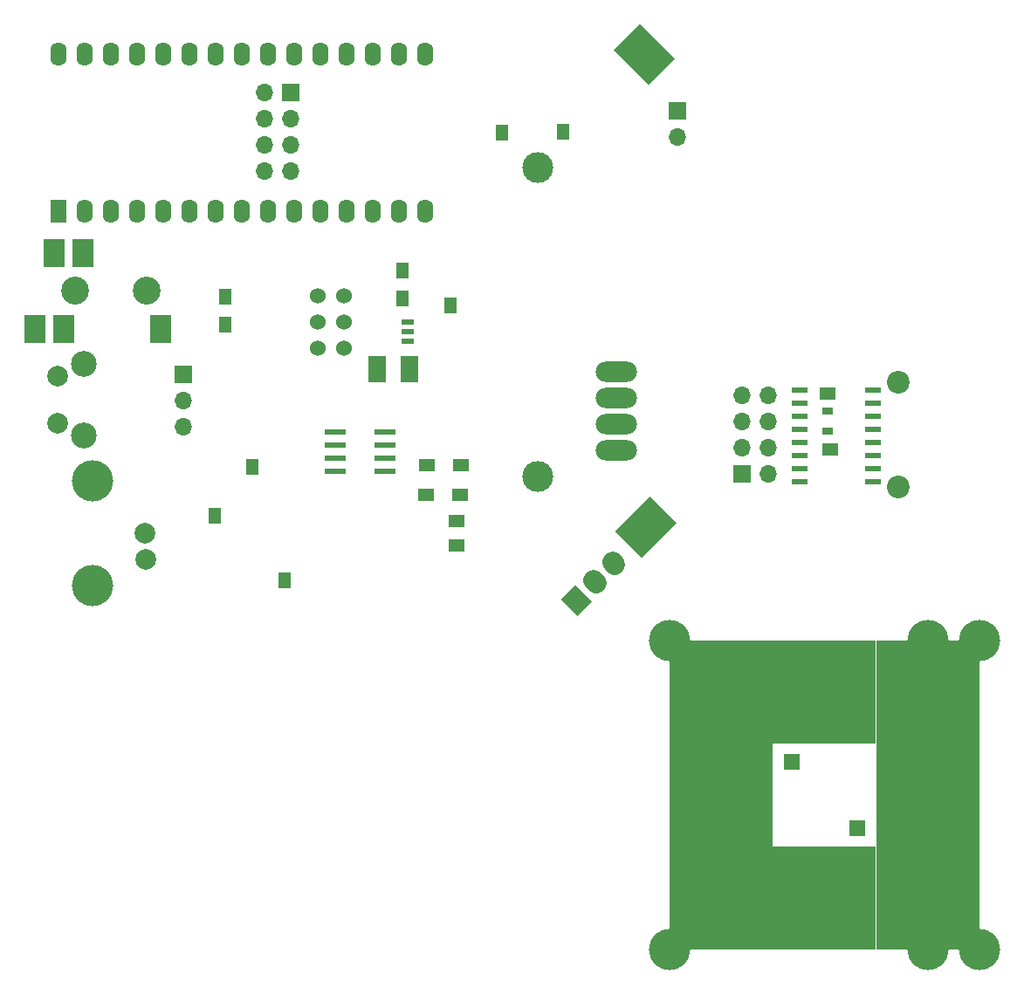
<source format=gbr>
G04 #@! TF.FileFunction,Soldermask,Top*
%FSLAX46Y46*%
G04 Gerber Fmt 4.6, Leading zero omitted, Abs format (unit mm)*
G04 Created by KiCad (PCBNEW 4.0.2-stable) date Wednesday, February 14, 2018 'PMt' 02:08:58 PM*
%MOMM*%
G01*
G04 APERTURE LIST*
%ADD10C,0.100000*%
%ADD11R,1.574800X2.286000*%
%ADD12O,1.574800X2.286000*%
%ADD13C,3.000000*%
%ADD14C,1.524000*%
%ADD15R,1.000000X0.700000*%
%ADD16C,2.200000*%
%ADD17R,1.500000X1.250000*%
%ADD18R,1.700000X1.700000*%
%ADD19O,1.700000X1.700000*%
%ADD20R,1.500000X0.600000*%
%ADD21O,4.000000X2.000000*%
%ADD22R,1.500000X1.200000*%
%ADD23R,2.000000X2.800000*%
%ADD24C,2.700000*%
%ADD25C,4.000000*%
%ADD26C,2.000000*%
%ADD27C,2.500000*%
%ADD28R,2.000000X0.500000*%
%ADD29R,1.220000X0.620000*%
%ADD30R,3.680000X1.270000*%
%ADD31R,1.800000X2.500000*%
%ADD32R,1.300000X1.500000*%
%ADD33R,1.500000X1.300000*%
%ADD34R,1.250000X1.500000*%
%ADD35C,2.000000*%
%ADD36R,10.000000X30.000000*%
%ADD37R,10.000000X10.000000*%
%ADD38R,1.500000X1.500000*%
G04 APERTURE END LIST*
D10*
D11*
X145550000Y-70420000D03*
D12*
X148090000Y-70420000D03*
X150630000Y-70420000D03*
X153170000Y-70420000D03*
X155710000Y-70420000D03*
X158250000Y-70420000D03*
X160790000Y-70420000D03*
X163330000Y-70420000D03*
X165870000Y-70420000D03*
X168410000Y-70420000D03*
X170950000Y-70420000D03*
X173490000Y-70420000D03*
X176030000Y-70420000D03*
X178570000Y-70420000D03*
X181110000Y-70420000D03*
X181110000Y-55180000D03*
X178570000Y-55180000D03*
X176030000Y-55180000D03*
X173490000Y-55180000D03*
X170950000Y-55180000D03*
X168410000Y-55180000D03*
X165870000Y-55180000D03*
X163330000Y-55180000D03*
X160790000Y-55180000D03*
X158250000Y-55180000D03*
X155710000Y-55180000D03*
X153170000Y-55180000D03*
X150630000Y-55180000D03*
X148090000Y-55180000D03*
X145550000Y-55180000D03*
D13*
X192000000Y-66200000D03*
X192000000Y-96200000D03*
D14*
X170730000Y-83740000D03*
X170730000Y-81200000D03*
X170730000Y-78660000D03*
X173270000Y-78660000D03*
X173270000Y-81200000D03*
X173270000Y-83740000D03*
D15*
X220175000Y-91775000D03*
X220175000Y-89875000D03*
D16*
X226975000Y-97225000D03*
X226975000Y-87075000D03*
D17*
X220375000Y-93525000D03*
X220175000Y-88175000D03*
D18*
X211825000Y-95925000D03*
D19*
X214365000Y-95925000D03*
X211825000Y-93385000D03*
X214365000Y-93385000D03*
X211825000Y-90845000D03*
X214365000Y-90845000D03*
X211825000Y-88305000D03*
X214365000Y-88305000D03*
D20*
X224525000Y-96670000D03*
X224525000Y-95400000D03*
X224525000Y-94130000D03*
X224525000Y-92860000D03*
X224525000Y-91590000D03*
X224525000Y-90320000D03*
X224525000Y-89050000D03*
X224525000Y-87780000D03*
X217425000Y-87780000D03*
X217425000Y-89050000D03*
X217425000Y-90320000D03*
X217425000Y-91590000D03*
X217425000Y-92860000D03*
X217425000Y-94130000D03*
X217425000Y-95400000D03*
X217425000Y-96670000D03*
D10*
G36*
X199380152Y-54825736D02*
X201925736Y-52280152D01*
X205319848Y-55674264D01*
X202774264Y-58219848D01*
X199380152Y-54825736D01*
X199380152Y-54825736D01*
G37*
D21*
X199700000Y-85990000D03*
X199700000Y-88530000D03*
X199700000Y-91070000D03*
X199700000Y-93610000D03*
D22*
X184500000Y-97950000D03*
X181200000Y-97950000D03*
X184550000Y-95050000D03*
X181250000Y-95050000D03*
D23*
X145150000Y-74475000D03*
X147950000Y-74475000D03*
X143250000Y-81875000D03*
X155450000Y-81875000D03*
X146050000Y-81875000D03*
D24*
X147150000Y-78175000D03*
X154150000Y-78175000D03*
D10*
G36*
X202075736Y-104069848D02*
X199530152Y-101524264D01*
X202924264Y-98130152D01*
X205469848Y-100675736D01*
X202075736Y-104069848D01*
X202075736Y-104069848D01*
G37*
D18*
X205600000Y-60700000D03*
D19*
X205600000Y-63240000D03*
D25*
X148900000Y-96600000D03*
X148900000Y-106760000D03*
D26*
X153980000Y-101680000D03*
X154050000Y-104220000D03*
D27*
X147986000Y-85235500D03*
X147986000Y-92235500D03*
D26*
X145486000Y-86485500D03*
X145486000Y-90985500D03*
D28*
X177191000Y-94383000D03*
X177191000Y-93113000D03*
X177191000Y-91843000D03*
X177191000Y-95653000D03*
X172391000Y-91843000D03*
X172391000Y-93113000D03*
X172391000Y-94383000D03*
X172391000Y-95653000D03*
D29*
X179410000Y-83100000D03*
X179410000Y-82150000D03*
X179410000Y-81200000D03*
D30*
X212050000Y-127100000D03*
X207650000Y-127100000D03*
D31*
X176500000Y-85750000D03*
X179600000Y-85750000D03*
D32*
X160700000Y-100025000D03*
D33*
X184150000Y-102900000D03*
X184200000Y-100550000D03*
D34*
X183550000Y-79600000D03*
D32*
X178900000Y-76250000D03*
X178900000Y-78950000D03*
X164375000Y-95300000D03*
D18*
X157650000Y-86300000D03*
D19*
X157650000Y-88840000D03*
X157650000Y-91380000D03*
D32*
X194500000Y-62750000D03*
D10*
G36*
X197320280Y-108306066D02*
X195906066Y-109720280D01*
X194279720Y-108093934D01*
X195693934Y-106679720D01*
X197320280Y-108306066D01*
X197320280Y-108306066D01*
G37*
D35*
X197702117Y-106510015D02*
X197489985Y-106297883D01*
X199498168Y-104713964D02*
X199286036Y-104501832D01*
D36*
X209850000Y-127100000D03*
X229850000Y-127100000D03*
D37*
X219850000Y-117100000D03*
X219850000Y-137100000D03*
D25*
X204850000Y-112100000D03*
X204850000Y-142100000D03*
X234850000Y-142100000D03*
X234850000Y-112100000D03*
X229850000Y-112100000D03*
X229850000Y-142100000D03*
D38*
X223050000Y-130300000D03*
X216650000Y-123900000D03*
D32*
X188550000Y-62800000D03*
D18*
X168100000Y-58950000D03*
D19*
X165560000Y-58950000D03*
X168100000Y-61490000D03*
X165560000Y-61490000D03*
X168100000Y-64030000D03*
X165560000Y-64030000D03*
X168100000Y-66570000D03*
X165560000Y-66570000D03*
D32*
X161725000Y-78775000D03*
X161725000Y-81475000D03*
X167450000Y-106250000D03*
M02*

</source>
